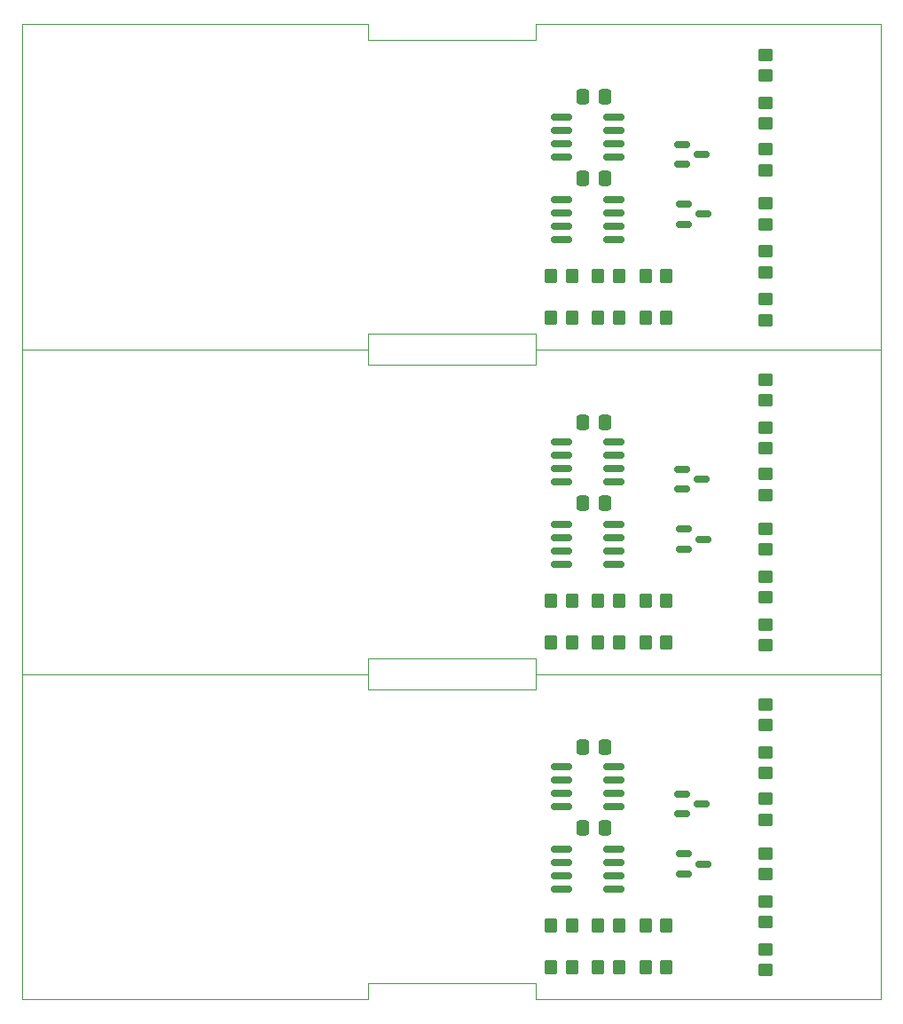
<source format=gbr>
%TF.GenerationSoftware,KiCad,Pcbnew,6.0.11-2627ca5db0~126~ubuntu20.04.1*%
%TF.CreationDate,2024-09-22T20:55:52-05:00*%
%TF.ProjectId,,58585858-5858-4585-9858-585858585858,rev?*%
%TF.SameCoordinates,Original*%
%TF.FileFunction,Paste,Top*%
%TF.FilePolarity,Positive*%
%FSLAX46Y46*%
G04 Gerber Fmt 4.6, Leading zero omitted, Abs format (unit mm)*
G04 Created by KiCad (PCBNEW 6.0.11-2627ca5db0~126~ubuntu20.04.1) date 2024-09-22 20:55:52*
%MOMM*%
%LPD*%
G01*
G04 APERTURE LIST*
G04 Aperture macros list*
%AMRoundRect*
0 Rectangle with rounded corners*
0 $1 Rounding radius*
0 $2 $3 $4 $5 $6 $7 $8 $9 X,Y pos of 4 corners*
0 Add a 4 corners polygon primitive as box body*
4,1,4,$2,$3,$4,$5,$6,$7,$8,$9,$2,$3,0*
0 Add four circle primitives for the rounded corners*
1,1,$1+$1,$2,$3*
1,1,$1+$1,$4,$5*
1,1,$1+$1,$6,$7*
1,1,$1+$1,$8,$9*
0 Add four rect primitives between the rounded corners*
20,1,$1+$1,$2,$3,$4,$5,0*
20,1,$1+$1,$4,$5,$6,$7,0*
20,1,$1+$1,$6,$7,$8,$9,0*
20,1,$1+$1,$8,$9,$2,$3,0*%
G04 Aperture macros list end*
%TA.AperFunction,Profile*%
%ADD10C,0.100000*%
%TD*%
%ADD11RoundRect,0.250000X-0.350000X-0.450000X0.350000X-0.450000X0.350000X0.450000X-0.350000X0.450000X0*%
%ADD12RoundRect,0.150000X-0.587500X-0.150000X0.587500X-0.150000X0.587500X0.150000X-0.587500X0.150000X0*%
%ADD13RoundRect,0.150000X-0.825000X-0.150000X0.825000X-0.150000X0.825000X0.150000X-0.825000X0.150000X0*%
%ADD14RoundRect,0.250000X-0.450000X0.350000X-0.450000X-0.350000X0.450000X-0.350000X0.450000X0.350000X0*%
%ADD15RoundRect,0.250000X-0.337500X-0.475000X0.337500X-0.475000X0.337500X0.475000X-0.337500X0.475000X0*%
G04 APERTURE END LIST*
D10*
X93196000Y-98957000D02*
X126196000Y-98957000D01*
X77196000Y-129957000D02*
X77196000Y-128457000D01*
X77196000Y-98957000D02*
X77196000Y-100457000D01*
X44196000Y-98957000D02*
X77196000Y-98957000D01*
X93196000Y-129957000D02*
X126196000Y-129957000D01*
X126196000Y-98957000D02*
X126196000Y-129957000D01*
X44196000Y-129957000D02*
X77196000Y-129957000D01*
X44196000Y-98957000D02*
X44196000Y-129957000D01*
X77196000Y-128457000D02*
X93196000Y-128457000D01*
X93196000Y-98957000D02*
X93196000Y-100457000D01*
X93196000Y-129957000D02*
X93196000Y-128457000D01*
X77196000Y-100457000D02*
X93196000Y-100457000D01*
X93196000Y-67957000D02*
X126196000Y-67957000D01*
X77196000Y-98957000D02*
X77196000Y-97457000D01*
X77196000Y-67957000D02*
X77196000Y-69457000D01*
X44196000Y-67957000D02*
X77196000Y-67957000D01*
X93196000Y-98957000D02*
X126196000Y-98957000D01*
X126196000Y-67957000D02*
X126196000Y-98957000D01*
X44196000Y-98957000D02*
X77196000Y-98957000D01*
X44196000Y-67957000D02*
X44196000Y-98957000D01*
X77196000Y-97457000D02*
X93196000Y-97457000D01*
X93196000Y-67957000D02*
X93196000Y-69457000D01*
X93196000Y-98957000D02*
X93196000Y-97457000D01*
X77196000Y-69457000D02*
X93196000Y-69457000D01*
X77196000Y-38457000D02*
X93196000Y-38457000D01*
X93196000Y-67957000D02*
X93196000Y-66457000D01*
X93196000Y-36957000D02*
X93196000Y-38457000D01*
X77196000Y-66457000D02*
X93196000Y-66457000D01*
X44196000Y-36957000D02*
X44196000Y-67957000D01*
X44196000Y-67957000D02*
X77196000Y-67957000D01*
X126196000Y-36957000D02*
X126196000Y-67957000D01*
X93196000Y-67957000D02*
X126196000Y-67957000D01*
X44196000Y-36957000D02*
X77196000Y-36957000D01*
X77196000Y-36957000D02*
X77196000Y-38457000D01*
X77196000Y-67957000D02*
X77196000Y-66457000D01*
X93196000Y-36957000D02*
X126196000Y-36957000D01*
D11*
%TO.C,RJ6*%
X103696000Y-122957000D03*
X105696000Y-122957000D03*
%TD*%
%TO.C,RJ5*%
X99196000Y-122957000D03*
X101196000Y-122957000D03*
%TD*%
%TO.C,RJ3*%
X103696000Y-126957000D03*
X105696000Y-126957000D03*
%TD*%
%TO.C,RJ1*%
X94696000Y-126957000D03*
X96696000Y-126957000D03*
%TD*%
D12*
%TO.C,D2*%
X107215500Y-110402000D03*
X107215500Y-112302000D03*
X109090500Y-111352000D03*
%TD*%
D13*
%TO.C,U1*%
X95721000Y-115670000D03*
X95721000Y-116940000D03*
X95721000Y-118210000D03*
X95721000Y-119480000D03*
X100671000Y-119480000D03*
X100671000Y-118210000D03*
X100671000Y-116940000D03*
X100671000Y-115670000D03*
%TD*%
D14*
%TO.C,R1*%
X115196000Y-116051000D03*
X115196000Y-118051000D03*
%TD*%
%TO.C,R2*%
X115196000Y-120623000D03*
X115196000Y-122623000D03*
%TD*%
%TO.C,R6*%
X115196000Y-110860000D03*
X115196000Y-112860000D03*
%TD*%
%TO.C,R4*%
X115196000Y-101843000D03*
X115196000Y-103843000D03*
%TD*%
D12*
%TO.C,D1*%
X107342500Y-116117000D03*
X107342500Y-118017000D03*
X109217500Y-117067000D03*
%TD*%
D15*
%TO.C,C2*%
X97758500Y-105891000D03*
X99833500Y-105891000D03*
%TD*%
%TO.C,C1*%
X97758500Y-113638000D03*
X99833500Y-113638000D03*
%TD*%
D14*
%TO.C,R5*%
X115196000Y-106415000D03*
X115196000Y-108415000D03*
%TD*%
D13*
%TO.C,U2*%
X95721000Y-107796000D03*
X95721000Y-109066000D03*
X95721000Y-110336000D03*
X95721000Y-111606000D03*
X100671000Y-111606000D03*
X100671000Y-110336000D03*
X100671000Y-109066000D03*
X100671000Y-107796000D03*
%TD*%
D11*
%TO.C,RJ4*%
X94696000Y-122957000D03*
X96696000Y-122957000D03*
%TD*%
%TO.C,RJ2*%
X99196000Y-126957000D03*
X101196000Y-126957000D03*
%TD*%
D14*
%TO.C,R3*%
X115196000Y-125195000D03*
X115196000Y-127195000D03*
%TD*%
D11*
%TO.C,RJ6*%
X103696000Y-91957000D03*
X105696000Y-91957000D03*
%TD*%
%TO.C,RJ5*%
X99196000Y-91957000D03*
X101196000Y-91957000D03*
%TD*%
%TO.C,RJ3*%
X103696000Y-95957000D03*
X105696000Y-95957000D03*
%TD*%
%TO.C,RJ1*%
X94696000Y-95957000D03*
X96696000Y-95957000D03*
%TD*%
D12*
%TO.C,D2*%
X107215500Y-79402000D03*
X107215500Y-81302000D03*
X109090500Y-80352000D03*
%TD*%
D13*
%TO.C,U1*%
X95721000Y-84670000D03*
X95721000Y-85940000D03*
X95721000Y-87210000D03*
X95721000Y-88480000D03*
X100671000Y-88480000D03*
X100671000Y-87210000D03*
X100671000Y-85940000D03*
X100671000Y-84670000D03*
%TD*%
D14*
%TO.C,R1*%
X115196000Y-85051000D03*
X115196000Y-87051000D03*
%TD*%
%TO.C,R2*%
X115196000Y-89623000D03*
X115196000Y-91623000D03*
%TD*%
%TO.C,R6*%
X115196000Y-79860000D03*
X115196000Y-81860000D03*
%TD*%
%TO.C,R4*%
X115196000Y-70843000D03*
X115196000Y-72843000D03*
%TD*%
D12*
%TO.C,D1*%
X107342500Y-85117000D03*
X107342500Y-87017000D03*
X109217500Y-86067000D03*
%TD*%
D15*
%TO.C,C2*%
X97758500Y-74891000D03*
X99833500Y-74891000D03*
%TD*%
%TO.C,C1*%
X97758500Y-82638000D03*
X99833500Y-82638000D03*
%TD*%
D14*
%TO.C,R5*%
X115196000Y-75415000D03*
X115196000Y-77415000D03*
%TD*%
D13*
%TO.C,U2*%
X95721000Y-76796000D03*
X95721000Y-78066000D03*
X95721000Y-79336000D03*
X95721000Y-80606000D03*
X100671000Y-80606000D03*
X100671000Y-79336000D03*
X100671000Y-78066000D03*
X100671000Y-76796000D03*
%TD*%
D11*
%TO.C,RJ4*%
X94696000Y-91957000D03*
X96696000Y-91957000D03*
%TD*%
%TO.C,RJ2*%
X99196000Y-95957000D03*
X101196000Y-95957000D03*
%TD*%
D14*
%TO.C,R3*%
X115196000Y-94195000D03*
X115196000Y-96195000D03*
%TD*%
D13*
%TO.C,U2*%
X95721000Y-45796000D03*
X95721000Y-47066000D03*
X95721000Y-48336000D03*
X95721000Y-49606000D03*
X100671000Y-49606000D03*
X100671000Y-48336000D03*
X100671000Y-47066000D03*
X100671000Y-45796000D03*
%TD*%
D12*
%TO.C,D1*%
X107342500Y-54117000D03*
X107342500Y-56017000D03*
X109217500Y-55067000D03*
%TD*%
D14*
%TO.C,R6*%
X115196000Y-48860000D03*
X115196000Y-50860000D03*
%TD*%
D11*
%TO.C,RJ2*%
X99196000Y-64957000D03*
X101196000Y-64957000D03*
%TD*%
D14*
%TO.C,R3*%
X115196000Y-63195000D03*
X115196000Y-65195000D03*
%TD*%
%TO.C,R4*%
X115196000Y-39843000D03*
X115196000Y-41843000D03*
%TD*%
D11*
%TO.C,RJ4*%
X94696000Y-60957000D03*
X96696000Y-60957000D03*
%TD*%
D15*
%TO.C,C1*%
X97758500Y-51638000D03*
X99833500Y-51638000D03*
%TD*%
D11*
%TO.C,RJ6*%
X103696000Y-60957000D03*
X105696000Y-60957000D03*
%TD*%
D14*
%TO.C,R2*%
X115196000Y-58623000D03*
X115196000Y-60623000D03*
%TD*%
D15*
%TO.C,C2*%
X97758500Y-43891000D03*
X99833500Y-43891000D03*
%TD*%
D14*
%TO.C,R1*%
X115196000Y-54051000D03*
X115196000Y-56051000D03*
%TD*%
%TO.C,R5*%
X115196000Y-44415000D03*
X115196000Y-46415000D03*
%TD*%
D13*
%TO.C,U1*%
X95721000Y-53670000D03*
X95721000Y-54940000D03*
X95721000Y-56210000D03*
X95721000Y-57480000D03*
X100671000Y-57480000D03*
X100671000Y-56210000D03*
X100671000Y-54940000D03*
X100671000Y-53670000D03*
%TD*%
D12*
%TO.C,D2*%
X107215500Y-48402000D03*
X107215500Y-50302000D03*
X109090500Y-49352000D03*
%TD*%
D11*
%TO.C,RJ1*%
X94696000Y-64957000D03*
X96696000Y-64957000D03*
%TD*%
%TO.C,RJ3*%
X103696000Y-64957000D03*
X105696000Y-64957000D03*
%TD*%
%TO.C,RJ5*%
X99196000Y-60957000D03*
X101196000Y-60957000D03*
%TD*%
M02*

</source>
